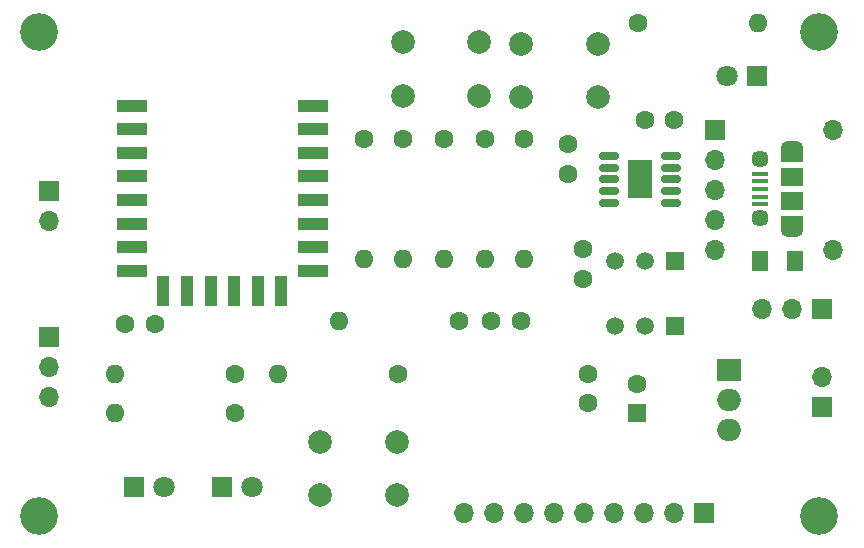
<source format=gts>
G04 #@! TF.GenerationSoftware,KiCad,Pcbnew,9.0.0*
G04 #@! TF.CreationDate,2025-05-09T21:08:55+09:00*
G04 #@! TF.ProjectId,ColorTimer-ESP12F,436f6c6f-7254-4696-9d65-722d45535031,rev?*
G04 #@! TF.SameCoordinates,Original*
G04 #@! TF.FileFunction,Soldermask,Top*
G04 #@! TF.FilePolarity,Negative*
%FSLAX46Y46*%
G04 Gerber Fmt 4.6, Leading zero omitted, Abs format (unit mm)*
G04 Created by KiCad (PCBNEW 9.0.0) date 2025-05-09 21:08:55*
%MOMM*%
%LPD*%
G01*
G04 APERTURE LIST*
G04 Aperture macros list*
%AMRoundRect*
0 Rectangle with rounded corners*
0 $1 Rounding radius*
0 $2 $3 $4 $5 $6 $7 $8 $9 X,Y pos of 4 corners*
0 Add a 4 corners polygon primitive as box body*
4,1,4,$2,$3,$4,$5,$6,$7,$8,$9,$2,$3,0*
0 Add four circle primitives for the rounded corners*
1,1,$1+$1,$2,$3*
1,1,$1+$1,$4,$5*
1,1,$1+$1,$6,$7*
1,1,$1+$1,$8,$9*
0 Add four rect primitives between the rounded corners*
20,1,$1+$1,$2,$3,$4,$5,0*
20,1,$1+$1,$4,$5,$6,$7,0*
20,1,$1+$1,$6,$7,$8,$9,0*
20,1,$1+$1,$8,$9,$2,$3,0*%
G04 Aperture macros list end*
%ADD10C,3.200000*%
%ADD11C,1.600000*%
%ADD12O,1.600000X1.600000*%
%ADD13R,1.800000X1.800000*%
%ADD14C,1.800000*%
%ADD15R,1.700000X1.700000*%
%ADD16O,1.700000X1.700000*%
%ADD17R,1.600000X1.600000*%
%ADD18R,2.000000X1.905000*%
%ADD19O,2.000000X1.905000*%
%ADD20R,2.500000X1.100000*%
%ADD21R,1.100000X2.500000*%
%ADD22R,1.350000X0.400000*%
%ADD23O,1.900000X1.200000*%
%ADD24R,1.900000X1.200000*%
%ADD25C,1.450000*%
%ADD26R,1.900000X1.500000*%
%ADD27C,2.000000*%
%ADD28RoundRect,0.150000X0.687500X0.150000X-0.687500X0.150000X-0.687500X-0.150000X0.687500X-0.150000X0*%
%ADD29R,2.100000X3.300000*%
%ADD30R,1.500000X1.500000*%
%ADD31C,1.500000*%
%ADD32RoundRect,0.250001X-0.462499X-0.624999X0.462499X-0.624999X0.462499X0.624999X-0.462499X0.624999X0*%
G04 APERTURE END LIST*
D10*
X164000000Y-43000000D03*
D11*
X128330000Y-72000000D03*
D12*
X118170000Y-72000000D03*
D13*
X158770000Y-46750000D03*
D14*
X156230000Y-46750000D03*
D15*
X164250000Y-66500000D03*
D16*
X161710000Y-66500000D03*
X159170000Y-66500000D03*
D11*
X144400000Y-71950000D03*
X144400000Y-74450000D03*
D17*
X148600000Y-75305100D03*
D11*
X148600000Y-72805100D03*
D10*
X98000000Y-84000000D03*
D11*
X132250000Y-52090000D03*
D12*
X132250000Y-62250000D03*
D18*
X156400000Y-71600000D03*
D19*
X156400000Y-74140000D03*
X156400000Y-76680000D03*
D11*
X125500000Y-52090000D03*
D12*
X125500000Y-62250000D03*
D11*
X148670000Y-42250000D03*
D12*
X158830000Y-42250000D03*
D20*
X105800000Y-49250000D03*
X105800000Y-51250000D03*
X105800000Y-53250000D03*
X105800000Y-55250000D03*
X105800000Y-57250000D03*
X105800000Y-59250000D03*
X105800000Y-61250000D03*
X105800000Y-63250000D03*
X121200000Y-63250000D03*
X121200000Y-61250000D03*
X121200000Y-59250000D03*
X121200000Y-57250000D03*
X121200000Y-55250000D03*
X121200000Y-53250000D03*
X121200000Y-51250000D03*
X121200000Y-49250000D03*
D21*
X108490000Y-64950000D03*
X110490000Y-64950000D03*
X112490000Y-64950000D03*
X114490000Y-64950000D03*
X116490000Y-64950000D03*
X118490000Y-64950000D03*
D15*
X154280000Y-83750000D03*
D16*
X151740000Y-83750000D03*
X149200000Y-83750000D03*
X146660000Y-83750000D03*
X144120000Y-83750000D03*
X141580000Y-83750000D03*
X139040000Y-83750000D03*
X136500000Y-83750000D03*
X133960000Y-83750000D03*
D13*
X113480000Y-81540000D03*
D14*
X116020000Y-81540000D03*
D11*
X114580000Y-72000000D03*
D12*
X104420000Y-72000000D03*
D11*
X133500000Y-67500000D03*
D12*
X123340000Y-67500000D03*
D22*
X159000000Y-57600000D03*
X159000000Y-56950000D03*
X159000000Y-56300000D03*
X159000000Y-55650000D03*
X159000000Y-55000000D03*
D23*
X161700000Y-59800000D03*
D24*
X161700000Y-59200000D03*
D25*
X159000000Y-58800000D03*
D26*
X161700000Y-57300000D03*
X161700000Y-55300000D03*
D25*
X159000000Y-53800000D03*
D24*
X161700000Y-53400000D03*
D23*
X161700000Y-52800000D03*
D15*
X164275000Y-74750000D03*
D16*
X164275000Y-72210000D03*
D13*
X106000000Y-81540000D03*
D14*
X108540000Y-81540000D03*
D27*
X145250000Y-48500000D03*
X138750000Y-48500000D03*
X145250000Y-44000000D03*
X138750000Y-44000000D03*
D11*
X128750000Y-52090000D03*
D12*
X128750000Y-62250000D03*
D11*
X105250000Y-67750000D03*
X107750000Y-67750000D03*
D28*
X151500000Y-57500000D03*
X151500000Y-56500000D03*
X151500000Y-55500000D03*
X151500000Y-54500000D03*
X151500000Y-53500000D03*
X146225000Y-53500000D03*
X146225000Y-54500000D03*
X146225000Y-55500000D03*
X146225000Y-56500000D03*
X146225000Y-57500000D03*
D29*
X148862500Y-55500000D03*
D15*
X155190000Y-51300000D03*
D16*
X155190000Y-53840000D03*
X155190000Y-56380000D03*
X155190000Y-58920000D03*
X155190000Y-61460000D03*
X165200000Y-51300000D03*
X165200000Y-61460000D03*
D11*
X136250000Y-67500000D03*
X138750000Y-67500000D03*
D30*
X151790000Y-67890000D03*
D31*
X149250000Y-67890000D03*
X146710000Y-67890000D03*
D11*
X114580000Y-75250000D03*
D12*
X104420000Y-75250000D03*
D27*
X121750000Y-77750000D03*
X128250000Y-77750000D03*
X121750000Y-82250000D03*
X128250000Y-82250000D03*
D11*
X142750000Y-55000000D03*
X142750000Y-52500000D03*
D10*
X164000000Y-84000000D03*
D30*
X151790000Y-62390000D03*
D31*
X149250000Y-62390000D03*
X146710000Y-62390000D03*
D27*
X135250000Y-48400000D03*
X128750000Y-48400000D03*
X135250000Y-43900000D03*
X128750000Y-43900000D03*
D11*
X139000000Y-52090000D03*
D12*
X139000000Y-62250000D03*
D11*
X135750000Y-52090000D03*
D12*
X135750000Y-62250000D03*
D11*
X144040000Y-61390000D03*
X144040000Y-63890000D03*
D10*
X98000000Y-43000000D03*
D32*
X159025000Y-62400000D03*
X162000000Y-62400000D03*
D15*
X98840000Y-68820000D03*
D16*
X98840000Y-71360000D03*
X98840000Y-73900000D03*
D15*
X98840000Y-56460000D03*
D16*
X98840000Y-59000000D03*
D11*
X151750000Y-50500000D03*
X149250000Y-50500000D03*
M02*

</source>
